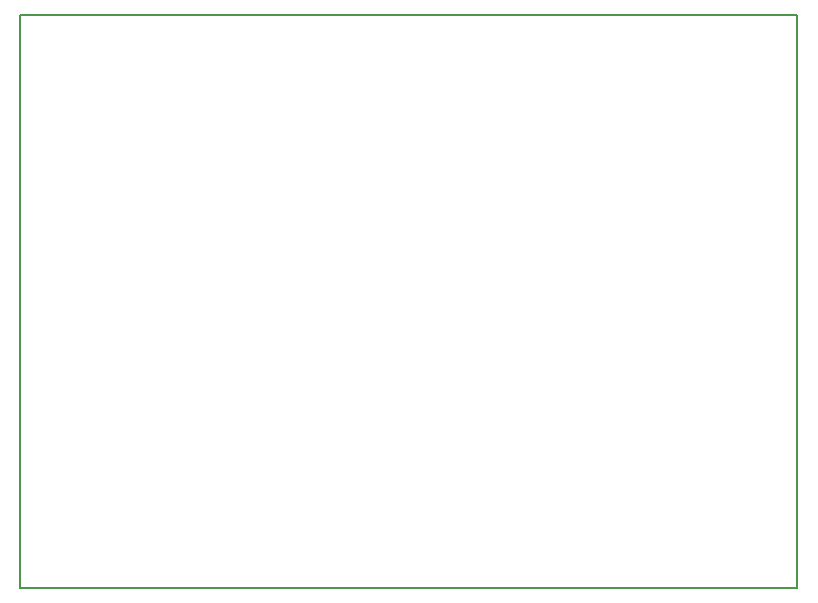
<source format=gko>
G04 ================== begin FILE IDENTIFICATION RECORD ==================*
G04 Layout Name:  C:/Users/adamf/Desktop/TDP4/PCB_fix_silkscreen/datalogger.brd*
G04 Film Name:    DESIGN_OUTLINE*
G04 File Format:  Gerber RS274X*
G04 File Origin:  Cadence Allegro -unreleased*
G04 Origin Date:  Tue Mar 23 19:20:18 2021*
G04 *
G04 Layer:  BOARD GEOMETRY/DESIGN_OUTLINE*
G04 *
G04 Offset:    (0.00 0.00)*
G04 Mirror:    No*
G04 Mode:      Positive*
G04 Rotation:  0*
G04 FullContactRelief:  No*
G04 UndefLineWidth:     6.00*
G04 ================== end FILE IDENTIFICATION RECORD ====================*
%FSLAX25Y25*MOIN*%
%IR0*IPPOS*OFA0.00000B0.00000*MIA0B0*SFA1.00000B1.00000*%
%ADD10C,.006*%
G75*
%LPD*%
G75*
G54D10*
G01X-140000Y-100900D02*
X119000D01*
Y90000D01*
X-140000D01*
Y-100900D01*
M02*

</source>
